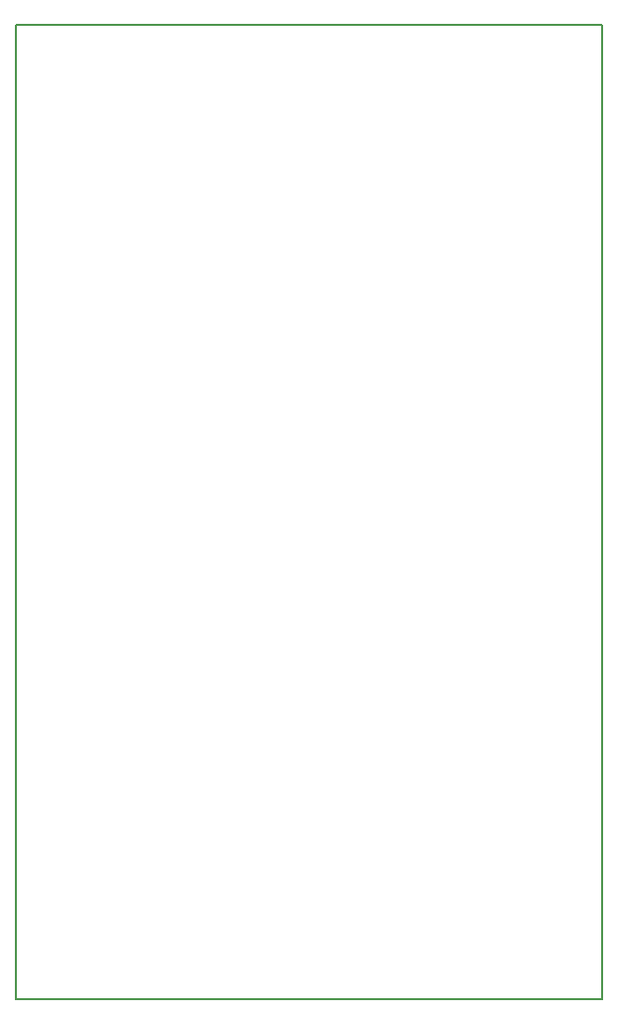
<source format=gko>
G04*
G04 #@! TF.GenerationSoftware,Altium Limited,Altium Designer,19.0.13 (425)*
G04*
G04 Layer_Color=16711935*
%FSLAX25Y25*%
%MOIN*%
G70*
G01*
G75*
%ADD111C,0.00500*%
D111*
X0Y339213D02*
X196850D01*
Y12598D02*
Y339213D01*
X0Y12598D02*
X196850D01*
X0D02*
Y339213D01*
M02*

</source>
